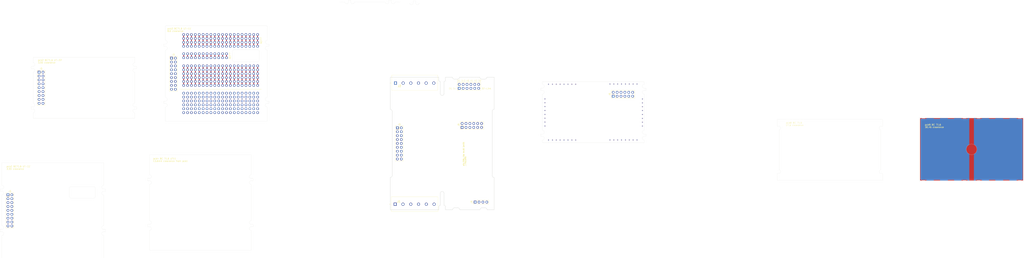
<source format=kicad_pcb>
(kicad_pcb (version 20240108) (generator "pcbnew") (generator_version "8.0")
  (layers (0 "F.Cu" signal) (31 "B.Cu" signal) (34 "B.Paste" user) (35 "F.Paste" user) (36 "B.SilkS" user "B.Silkscreen") (37 "F.SilkS" user "F.Silkscreen") (38 "B.Mask" user) (39 "F.Mask" user) (44 "Edge.Cuts" user))
  (net 0 "")
  (footprint "Connector_PinHeader_2.54mm:PinHeader_2x06_P2.54mm_Vertical" (layer "F.Cu") (at 213.817858 87.77 90)
    (property "Reference" "J6")
    (property "Value" "pinheader_2x6_socket" (hide yes))
  )
  (footprint "Connector_PinHeader_2.54mm:PinHeader_2x06_P2.54mm_Vertical" (layer "F.Cu") (at 113.34 82.625 90)
    (property "Reference" "J6" (hide yes))
    (property "Value" "pinheader_2x6_socket")
  )
  (footprint "kyuditsky:kludge_4x20" (layer "F.Cu") (at -66.475 55.195 90)
    (property "Reference" "REF**")
    (property "Value" "kludge_4x20")
  )
  (footprint "Connector_PinHeader_2.54mm:PinHeader_2x06_P2.54mm_Vertical" (layer "F.Cu") (at 115.22 108.14 90)
    (property "Reference" "J6")
    (property "Value" "pinheader_2x6_socket")
  )
  (footprint "Connector_PinHeader_2.54mm:PinHeader_2x09_P2.54mm_Vertical" (layer "F.Cu") (at -74.38 62.94)
    (property "Reference" "J5")
    (property "Value" "HBUS16")
  )
  (footprint "Connector_PinHeader_2.54mm:PinHeader_2x09_P2.54mm_Vertical" (layer "F.Cu") (at -160.77 72.09)
    (property "Reference" "J5")
    (property "Value" "HBUS16")
  )
  (footprint "kyuditsky:kludge_6x20" (layer "F.Cu") (at -18.185 68.03 -90)
    (property "Reference" "REF**" (hide yes))
    (property "Value" "kludge_6x20" (hide yes))
  )
  (footprint "Connector_PinHeader_2.54mm:PinHeader_2x09_P2.54mm_Vertical" (layer "F.Cu") (at 73 108.44)
    (property "Reference" "J5")
    (property "Value" "HBUS16")
  )
  (footprint "kyuditsky:1715190" (layer "F.Cu") (at 71.76 79.215)
    (property "Reference" "J2")
    (property "Value" "MKDS 1,5/ 6" (hide yes))
  )
  (footprint "Connector_PinHeader_2.54mm:PinHeader_2x09_P2.54mm_Vertical" (layer "F.Cu") (at -181.08 152.12)
    (property "Reference" "J5")
    (property "Value" "HBUS16")
  )
  (footprint "Connector_PinHeader_2.54mm:PinHeader_1x04_P2.54mm_Vertical" (layer "F.Cu") (at 123.72 156.86 90)
    (property "Reference" "J9")
    (property "Value" "Conn_01x04_STlink_pinheader")
  )
  (footprint "kyuditsky:kludge_2x12" (layer "F.Cu") (at -66.425 60.13)
    (property "Reference" "REF**")
    (property "Value" "kludge_2x12")
  )
  (footprint "kyuditsky:1989405" (layer "F.Cu") (at 71.565 158.24)
    (property "Reference" "J1")
    (property "Value" "MKDSN 2,5/ 6-5,08" (hide yes))
  )
  (gr_circle (center 447.65 122.44) (end 451.15 122.44) (stroke (width 0.1)) (fill none) (layer "B.SilkS"))
  (gr_arc (start -12.01 90.94) (mid -12.858528 90.588528) (end -13.21 89.74) (stroke (width 0.05)) (layer "Edge.Cuts"))
  (gr_line (start -89.98 172.94) (end -89.98 171.44) (stroke (width 0.05)) (layer "Edge.Cuts"))
  (gr_line (start -12.01 92.44) (end -10.76 92.44) (stroke (width 0.05)) (layer "Edge.Cuts"))
  (gr_line (start -88.73 171.44) (end -89.98 171.44) (stroke (width 0.05)) (layer "Edge.Cuts"))
  (gr_line (start 388.34 135.81) (end 388.34 109.81) (stroke (width 0.05)) (layer "Edge.Cuts"))
  (gr_arc (start 233.967858 86.38) (mid 233.119331 86.028527) (end 232.767858 85.18) (stroke (width 0.05)) (layer "Edge.Cuts"))
  (gr_line (start 388.34 138.21) (end 389.59 138.21) (stroke (width 0.05)) (layer "Edge.Cuts"))
  (gr_arc (start -23.63 174.14) (mid -23.278528 173.291472) (end -22.43 172.94) (stroke (width 0.05)) (layer "Edge.Cuts"))
  (gr_arc (start -98.4 94.69) (mid -99.24852 94.33852) (end -99.6 93.49) (stroke (width 0.05)) (layer "Edge.Cuts"))
  (gr_line (start 233.967858 82.48) (end 235.217858 82.48) (stroke (width 0.05)) (layer "Edge.Cuts"))
  (gr_line (start 69 26.31) (end 69 25.06) (stroke (width 0.05)) (layer "Edge.Cuts"))
  (gr_arc (start 233.967858 82.48) (mid 233.119331 82.128527) (end 232.767858 81.28) (stroke (width 0.05)) (layer "Edge.Cuts"))
  (gr_arc (start -118.71 178.62) (mid -119.55852 178.26852) (end -119.91 177.42) (stroke (width 0.05)) (layer "Edge.Cuts"))
  (gr_arc (start -141.026472 147.91) (mid -140.675 147.061472) (end -139.826472 146.71) (stroke (width 0.05)) (layer "Edge.Cuts"))
  (gr_line (start -124.08 153.15) (end -124.08 147.91) (stroke (width 0.05)) (layer "Edge.Cuts"))
  (gr_arc (start -12.01 57.64) (mid -12.858528 57.288528) (end -13.21 56.44) (stroke (width 0.05)) (layer "Edge.Cuts"))
  (gr_line (start -117.46 174.72) (end -117.46 176.22) (stroke (width 0.05)) (layer "Edge.Cuts"))
  (gr_arc (start -163.5 93.49) (mid -163.851491 94.338509) (end -164.7 94.69) (stroke (width 0.05)) (layer "Edge.Cuts"))
  (gr_arc (start 103.42 158.95) (mid 104.091751 159.228249) (end 104.37 159.9) (stroke (width 0.15)) (layer "Edge.Cuts"))
  (gr_arc (start -34.655 58.755) (mid -34.303528 57.906472) (end -33.455 57.555) (stroke (width 0.05)) (layer "Edge.Cuts"))
  (gr_line (start 110.12 76.6) (end 112.32 76.6) (stroke (width 0.15)) (layer "Edge.Cuts"))
  (gr_line (start -33.455 65.195) (end -18.225 65.195) (stroke (width 0.05)) (layer "Edge.Cuts"))
  (gr_arc (start -22.43 145.34) (mid -23.278528 144.988528) (end -23.63 144.14) (stroke (width 0.05)) (layer "Edge.Cuts"))
  (gr_line (start -10.76 90.94) (end -10.76 92.44) (stroke (width 0.05)) (layer "Edge.Cuts"))
  (gr_arc (start -139.826472 154.35) (mid -140.675 153.998528) (end -141.026472 153.15) (stroke (width 0.05)) (layer "Edge.Cuts"))
  (gr_line (start -98.4 92.29) (end -98.4 72.19) (stroke (width 0.05)) (layer "Edge.Cuts"))
  (gr_arc (start -87.53 174.14) (mid -87.881472 174.988528) (end -88.73 175.34) (stroke (width 0.05)) (layer "Edge.Cuts"))
  (gr_line (start -21.18 171.44) (end -21.18 172.94) (stroke (width 0.05)) (layer "Edge.Cuts"))
  (gr_line (start -78.31 51.34) (end -78.31 41.94) (stroke (width 0.05)) (layer "Edge.Cuts"))
  (gr_arc (start -118.71 152.22) (mid -119.55852 151.86852) (end -119.91 151.02) (stroke (width 0.05)) (layer "Edge.Cuts"))
  (gr_arc (start 100.07 159.9) (mid 100.348249 159.228249) (end 101.02 158.95) (stroke (width 0.15)) (layer "Edge.Cuts"))
  (gr_line (start 101.02 86.1) (end 101.02 78.25) (stroke (width 0.15)) (layer "Edge.Cuts"))
  (gr_arc (start 232.767858 81.28) (mid 233.11933 80.431471) (end 233.967858 80.08) (stroke (width 0.05)) (layer "Edge.Cuts"))
  (gr_arc (start 387.39 108.61) (mid 387.616472 107.813248) (end 388.34 107.41) (stroke (width 0.05)) (layer "Edge.Cuts"))
  (gr_line (start -164.7 65.89) (end -164.7 62.34) (stroke (width 0.05)) (layer "Edge.Cuts"))
  (gr_arc (start 127.97 76.6) (mid 127.121472 76.248528) (end 126.77 75.4) (stroke (width 0.15)) (layer "Edge.Cuts"))
  (gr_line (start -12.01 90.94) (end -10.76 90.94) (stroke (width 0.05)) (layer "Edge.Cuts"))
  (gr_line (start 100.07 75.4) (end 68.37 75.4) (stroke (width 0.15)) (layer "Edge.Cuts"))
  (gr_arc (start 322.99 137.01) (mid 322.763528 137.806752) (end 322.04 138.21) (stroke (width 0.05)) (layer "Edge.Cuts"))
  (gr_line (start -22.43 141.44) (end -21.18 141.44) (stroke (width 0.05)) (layer "Edge.Cuts"))
  (gr_arc (start -185.01 172.32) (mid -184.161464 172.671464) (end -183.81 173.52) (stroke (width 0.05)) (layer "Edge.Cuts"))
  (gr_arc (start 322.04 107.41) (mid 322.763528 107.813249) (end 322.99 108.61) (stroke (width 0.05)) (layer "Edge.Cuts"))
  (gr_arc (start -125.28 146.71) (mid -124.431472 147.061472) (end -124.08 147.91) (stroke (width 0.05)) (layer "Edge.Cuts"))
  (gr_line (start 320.8 142.71) (end 320.8 138.21) (stroke (width 0.05)) (layer "Edge.Cuts"))
  (gr_line (start -98.4 69.79) (end -97.15 69.79) (stroke (width 0.05)) (layer "Edge.Cuts"))
  (gr_line (start 235.217858 112.48) (end 235.217858 113.98) (stroke (width 0.05)) (layer "Edge.Cuts"))
  (gr_line (start -118.71 131.12) (end -118.71 145.92) (stroke (width 0.05)) (layer "Edge.Cuts"))
  (gr_line (start -88.73 169.04) (end -88.73 145.34) (stroke (width 0.05)) (layer "Edge.Cuts"))
  (gr_arc (start -185.01 149.82) (mid -184.161464 150.171464) (end -183.81 151.02) (stroke (width 0.05)) (layer "Edge.Cuts"))
  (gr_arc (start 101.02 151.1) (mid 102.22 149.9) (end 103.42 151.1) (stroke (width 0.15)) (layer "Edge.Cuts"))
  (gr_arc (start 67.5 26.31) (mid 67.148528 27.158528) (end 66.3 27.51) (stroke (width 0.05)) (layer "Edge.Cuts"))
  (gr_arc (start -119.91 177.42) (mid -119.558548 176.571452) (end -118.71 176.22) (stroke (width 0.05)) (layer "Edge.Cuts"))
  (gr_line (start 41.1 25.06) (end 42.6 25.06) (stroke (width 0.05)) (layer "Edge.Cuts"))
  (gr_arc (start -88.73 172.94) (mid -87.881472 173.291472) (end -87.53 174.14) (stroke (width 0.05)) (layer "Edge.Cuts"))
  (gr_arc (start 322.99 108.61) (mid 322.763528 109.406752) (end 322.04 109.81) (stroke (width 0.05)) (layer "Edge.Cuts"))
  (gr_arc (start 232.767858 111.28) (mid 233.11933 110.431471) (end 233.967858 110.08) (stroke (width 0.05)) (layer "Edge.Cuts"))
  (gr_line (start 134.87 97.6) (end 134.87 139.6) (stroke (width 0.15)) (layer "Edge.Cuts"))
  (gr_line (start 126.92 161.8) (end 113.67 161.8) (stroke (width 0.15)) (layer "Edge.Cuts"))
  (gr_arc (start -13.21 52.54) (mid -12.858528 51.691472) (end -12.01 51.34) (stroke (width 0.05)) (layer "Edge.Cuts"))
  (gr_line (start -185.01 176.22) (end -186.26 176.22) (stroke (width 0.05)) (layer "Edge.Cuts"))
  (gr_line (start -164.7 96.19) (end -165.95 96.19) (stroke (width 0.05)) (layer "Edge.Cuts"))
  (gr_arc (start -185.01 145.92) (mid -184.161464 146.271464) (end -183.81 147.12) (stroke (width 0.05)) (layer "Edge.Cuts"))
  (gr_arc (start 69.57 139.6) (mid 69.218528 140.448528) (end 68.37 140.8) (stroke (width 0.15)) (layer "Edge.Cuts"))
  (gr_line (start 233.967858 116.38) (end 233.967858 118.13) (stroke (width 0.05)) (layer "Edge.Cuts"))
  (gr_line (start -78.31 55.24) (end -79.56 55.24) (stroke (width 0.05)) (layer "Edge.Cuts"))
  (gr_arc (start 112.47 160.6) (mid 113.318528 160.951472) (end 113.67 161.8) (stroke (width 0.15)) (layer "Edge.Cuts"))
  (gr_arc (start -87.53 144.14) (mid -87.881472 144.988528) (end -88.73 145.34) (stroke (width 0.05)) (layer "Edge.Cuts"))
  (gr_line (start 167.667858 83.98) (end 166.417858 83.98) (stroke (width 0.05)) (layer "Edge.Cuts"))
  (gr_line (start -88.73 172.94) (end -89.98 172.94) (stroke (width 0.05)) (layer "Edge.Cuts"))
  (gr_line (start -88.73 142.94) (end -89.98 142.94) (stroke (width 0.05)) (layer "Edge.Cuts"))
  (gr_line (start -165.95 96.19) (end -165.95 94.69) (stroke (width 0.05)) (layer "Edge.Cuts"))
  (gr_line (start 413.55 101.59) (end 413.55 143.29) (stroke (width 0.05)) (layer "Edge.Cuts"))
  (gr_arc (start -163.5 97.39) (mid -163.851491 98.238509) (end -164.7 98.59) (stroke (width 0.05)) (layer "Edge.Cuts"))
  (gr_line (start -22.43 145.34) (end -22.43 169.04) (stroke (width 0.05)) (layer "Edge.Cuts"))
  (gr_arc (start 68.37 96.4) (mid 69.218528 96.751472) (end 69.57 97.6) (stroke (width 0.15)) (layer "Edge.Cuts"))
  (gr_arc (start 43.8 27.51) (mid 42.951472 27.158528) (end 42.6 26.31) (stroke (width 0.05)) (layer "Edge.Cuts"))
  (gr_arc (start 86.031472 28.031472) (mid 85.182944 27.68) (end 84.831472 26.831472) (stroke (width 0.05)) (layer "Edge.Cuts"))
  (gr_arc (start -185.01 176.22) (mid -184.161464 176.571464) (end -183.81 177.42) (stroke (width 0.05)) (layer "Edge.Cuts"))
  (gr_line (start -12.01 94.84) (end -12.01 104.24) (stroke (width 0.05)) (layer "Edge.Cuts"))
  (gr_line (start -185.01 152.22) (end -185.01 172.32) (stroke (width 0.05)) (layer "Edge.Cuts"))
  (gr_arc (start 167.667858 83.98) (mid 168.516386 84.331472) (end 168.867858 85.18) (stroke (width 0.05)) (layer "Edge.Cuts"))
  (gr_line (start -164.7 72.19) (end -164.7 92.29) (stroke (width 0.05)) (layer "Edge.Cuts"))
  (gr_line (start -141.026472 147.91) (end -141.026472 153.15) (stroke (width 0.05)) (layer "Edge.Cuts"))
  (gr_line (start -117.46 148.32) (end -117.46 149.82) (stroke (width 0.05)) (layer "Edge.Cuts"))
  (gr_line (start 83.331472 25.581472) (end 84.831472 25.581472) (stroke (width 0.05)) (layer "Edge.Cuts"))
  (gr_line (start 322.04 107.41) (end 320.79 107.41) (stroke (width 0.05)) (layer "Edge.Cuts"))
  (gr_arc (start -87.53 170.24) (mid -87.881472 171.088528) (end -88.73 171.44) (stroke (width 0.05)) (layer "Edge.Cuts"))
  (gr_line (start -78.31 41.94) (end -12.01 41.94) (stroke (width 0.05)) (layer "Edge.Cuts"))
  (gr_arc (start -183.81 151.02) (mid -184.161491 151.868509) (end -185.01 152.22) (stroke (width 0.05)) (layer "Edge.Cuts"))
  (gr_line (start -88.73 175.34) (end -88.73 188.34) (stroke (width 0.05)) (layer "Edge.Cuts"))
  (gr_line (start 136.07 161.8) (end 131.52 161.8) (stroke (width 0.15)) (layer "Edge.Cuts"))
  (gr_arc (start 41.1 26.31) (mid 40.748528 27.158528) (end 39.9 27.51) (stroke (width 0.05)) (layer "Edge.Cuts"))
  (gr_line (start -118.71 148.32) (end -117.46 148.32) (stroke (width 0.05)) (layer "Edge.Cuts"))
  (gr_arc (start 168.867858 81.28) (mid 168.516386 82.128528) (end 167.667858 82.48) (stroke (width 0.05)) (layer "Edge.Cuts"))
  (gr_arc (start -22.43 175.34) (mid -23.278528 174.988528) (end -23.63 174.14) (stroke (width 0.05)) (layer "Edge.Cuts"))
  (gr_arc (start 168.867858 85.18) (mid 168.516386 86.028528) (end 167.667858 86.38) (stroke (width 0.05)) (layer "Edge.Cuts"))
  (gr_arc (start -23.63 144.14) (mid -23.278528 143.291472) (end -22.43 142.94) (stroke (width 0.05)) (layer "Edge.Cuts"))
  (gr_arc (start 167.667858 113.98) (mid 168.516386 114.331472) (end 168.867858 115.18) (stroke (width 0.05)) (layer "Edge.Cuts"))
  (gr_line (start 100.07 77.3) (end 100.07 75.4) (stroke (width 0.15)) (layer "Edge.Cuts"))
  (gr_line (start -12.01 53.74) (end -10.76 53.74) (stroke (width 0.05)) (layer "Edge.Cuts"))
  (gr_line (start -78.31 92.44) (end -79.56 92.44) (stroke (width 0.05)) (layer "Edge.Cuts"))
  (gr_line (start -185.01 149.82) (end -186.26 149.82) (stroke (width 0.05)) (layer "Edge.Cuts"))
  (gr_line (start 104.37 75.4) (end 108.92 75.4) (stroke (width 0.15)) (layer "Edge.Cuts"))
  (gr_line (start 100.07 159.9) (end 100.07 161.8) (stroke (width 0.15)) (layer "Edge.Cuts"))
  (gr_arc (start -164.7 65.89) (mid -163.851464 66.241464) (end -163.5 67.09) (stroke (width 0.05)) (layer "Edge.Cuts"))
  (gr_line (start 69.57 139.6) (end 69.57 97.6) (stroke (width 0.15)) (layer "Edge.Cuts"))
  (gr_arc (start 70.2 27.51) (mid 69.351472 27.158528) (end 69 26.31) (stroke (width 0.05)) (layer "Edge.Cuts"))
  (gr_line (start 103.42 78.25) (end 103.42 86.1) (stroke (width 0.15)) (layer "Edge.Cuts"))
  (gr_line (start -22.43 188.34) (end -22.43 175.34) (stroke (width 0.05)) (layer "Edge.Cuts"))
  (gr_line (start 112.47 160.6) (end 110.27 160.6) (stroke (width 0.15)) (layer "Edge.Cuts"))
  (gr_line (start 233.967858 83.98) (end 235.217858 83.98) (stroke (width 0.05)) (layer "Edge.Cuts"))
  (gr_line (start 67.5 26.31) (end 67.5 25.06) (stroke (width 0.05)) (layer "Edge.Cuts"))
  (gr_line (start -139.826472 154.35) (end -125.28 154.35) (stroke (width 0.05)) (layer "Edge.Cuts"))
  (gr_line (start 130.32 160.6) (end 128.12 160.6) (stroke (width 0.15)) (layer "Edge.Cuts"))
  (gr_arc (start -13.21 93.64) (mid -12.858528 92.791472) (end -12.01 92.44) (stroke (width 0.05)) (layer "Edge.Cuts"))
  (gr_arc (start -88.73 139.04) (mid -87.881472 139.391472) (end -87.53 140.24) (stroke (width 0.05)) (layer "Edge.Cuts"))
  (gr_arc (start 387.39 137.01) (mid 387.616472 136.213248) (end 388.34 135.81) (stroke (width 0.05)) (layer "Edge.Cuts"))
  (gr_line (start -34.655 58.755) (end -34.655 63.995) (stroke (width 0.05)) (layer "Edge.Cuts"))
  (gr_line (start 136.07 140.8) (end 136.07 161.8) (stroke (width 0.15)) (layer "Edge.Cuts"))
  (gr_line (start 136.07 96.4) (end 136.07 75.4) (stroke (width 0.15)) (layer "Edge.Cuts"))
  (gr_arc (start 168.867858 111.28) (mid 168.516386 112.128528) (end 167.667858 112.48) (stroke (width 0.05)) (layer "Edge.Cuts"))
  (gr_arc (start -87.53 140.24) (mid -87.881472 141.088528) (end -88.73 141.44) (stroke (width 0.05)) (layer "Edge.Cuts"))
  (gr_line (start -12.01 88.54) (end -12.01 57.64) (stroke (width 0.05)) (layer "Edge.Cuts"))
  (gr_line (start 67.5 25.06) (end 69 25.06) (stroke (width 0.05)) (layer "Edge.Cuts"))
  (gr_line (start -12.01 55.24) (end -10.76 55.24) (stroke (width 0.05)) (layer "Edge.Cuts"))
  (gr_line (start -98.4 65.89) (end -98.4 62.34) (stroke (width 0.05)) (layer "Edge.Cuts"))
  (gr_arc (start -99.6 70.99) (mid -99.248548 70.141452) (end -98.4 69.79) (stroke (width 0.05)) (layer "Edge.Cuts"))
  (gr_arc (start -77.11 52.54) (mid -77.461472 53.388528) (end -78.31 53.74) (stroke (width 0.05)) (layer "Edge.Cuts"))
  (gr_line (start 320.79 107.41) (end 320.79 102.91) (stroke (width 0.05)) (layer "Edge.Cuts"))
  (gr_line (start 104.37 159.9) (end 104.37 161.8) (stroke (width 0.15)) (layer "Edge.Cuts"))
  (gr_arc (start -98.4 72.19) (mid -99.24852 71.83852) (end -99.6 70.99) (stroke (width 0.05)) (layer "Edge.Cuts"))
  (gr_arc (start -18.225 57.555) (mid -17.376472 57.906472) (end -17.025 58.755) (stroke (width 0.05)) (layer "Edge.Cuts"))
  (gr_line (start -98.4 98.59) (end -98.4 102.14) (stroke (width 0.05)) (layer "Edge.Cuts"))
  (gr_arc (start 101.02 78.25) (mid 100.348249 77.971751) (end 100.07 77.3) (stroke (width 0.15)) (layer "Edge.Cuts"))
  (gr_line (start 71.4 26.31) (end 74.95 26.31) (stroke (width 0.05)) (layer "Edge.Cuts"))
  (gr_line (start -118.71 149.82) (end -117.46 149.82) (stroke (width 0.05)) (layer "Edge.Cuts"))
  (gr_arc (start 322.04 135.81) (mid 322.763528 136.213249) (end 322.99 137.01) (stroke (width 0.05)) (layer "Edge.Cuts"))
  (gr_line (start -185.01 148.32) (end -186.26 148.32) (stroke (width 0.05)) (layer "Edge.Cuts"))
  (gr_line (start 166.417858 113.98) (end 166.417858 112.48) (stroke (width 0.05)) (layer "Edge.Cuts"))
  (gr_arc (start -12.01 94.84) (mid -12.858528 94.488528) (end -13.21 93.64) (stroke (width 0.05)) (layer "Edge.Cuts"))
  (gr_arc (start -12.01 53.74) (mid -12.858528 53.388528) (end -13.21 52.54) (stroke (width 0.05)) (layer "Edge.Cuts"))
  (gr_line (start 389.59 138.21) (end 389.59 142.71) (stroke (width 0.05)) (layer "Edge.Cuts"))
  (gr_line (start 104.37 77.3) (end 104.37 75.4) (stroke (width 0.15)) (layer "Edge.Cuts"))
  (gr_arc (start 232.767858 115.18) (mid 233.11933 114.331471) (end 233.967858 113.98) (stroke (width 0.05)) (layer "Edge.Cuts"))
  (gr_arc (start -78.31 88.54) (mid -77.461472 88.891472) (end -77.11 89.74) (stroke (width 0.05)) (layer "Edge.Cuts"))
  (gr_line (start 388.33 107.41) (end 389.58 107.41) (stroke (width 0.05)) (layer "Edge.Cuts"))
  (gr_line (start 38.7 26.31) (end 35.15 26.31) (stroke (width 0.05)) (layer "Edge.Cuts"))
  (gr_arc (start -33.455 65.195) (mid -34.303528 64.843528) (end -34.655 63.995) (stroke (width 0.05)) (layer "Edge.Cuts"))
  (gr_line (start 113.52 75.4) (end 126.77 75.4) (stroke (width 0.15)) (layer "Edge.Cuts"))
  (gr_arc (start -98.4 68.29) (mid -99.24852 67.93852) (end -99.6 67.09) (stroke (width 0.05)) (layer "Edge.Cuts"))
  (gr_line (start -78.31 57.64) (end -78.31 88.54) (stroke (width 0.05)) (layer "Edge.Cuts"))
  (gr_arc (start -119.91 147.12) (mid -119.558548 146.271452) (end -118.71 145.92) (stroke (width 0.05)) (layer "Edge.Cuts"))
  (gr_arc (start 66.3 27.51) (mid 65.451472 27.158528) (end 65.1 26.31) (stroke (width 0.05)) (layer "Edge.Cuts"))
  (gr_line (start 101.02 158.95) (end 101.02 151.1) (stroke (width 0.15)) (layer "Edge.Cuts"))
  (gr_line (start -88.73 126.04) (end -22.43 126.04) (stroke (width 0.05)) (layer "Edge.Cuts"))
  (gr_line (start 167.667858 82.48) (end 166.417858 82.48) (stroke (width 0.05)) (layer "Edge.Cuts"))
  (gr_arc (start 110.12 76.6) (mid 109.271472 76.248528) (end 108.92 75.4) (stroke (width 0.15)) (layer "Edge.Cuts"))
  (gr_line (start -89.98 142.94) (end -89.98 141.44) (stroke (width 0.05)) (layer "Edge.Cuts"))
  (gr_line (start 322.05 138.21) (end 320.8 138.21) (stroke (width 0.05)) (layer "Edge.Cuts"))
  (gr_line (start -164.7 62.34) (end -98.4 62.34) (stroke (width 0.05)) (layer "Edge.Cuts"))
  (gr_line (start 413.55 143.29) (end 481.75 143.29) (stroke (width 0.05)) (layer "Edge.Cuts"))
  (gr_arc (start 130.32 160.6) (mid 131.168528 160.951472) (end 131.52 161.8) (stroke (width 0.15)) (layer "Edge.Cuts"))
  (gr_line (start 131.37 75.4) (end 136.07 75.4) (stroke (width 0.15)) (layer "Edge.Cuts"))
  (gr_arc (start 134.87 97.6) (mid 135.221472 96.751472) (end 136.07 96.4) (stroke (width 0.15)) (layer "Edge.Cuts"))
  (gr_arc (start 104.37 77.3) (mid 104.091751 77.971751) (end 103.42 78.25) (stroke (width 0.15)) (layer "Edge.Cuts"))
  (gr_arc (start -22.43 171.44) (mid -23.278528 171.088528) (end -23.63 170.24) (stroke (width 0.05)) (layer "Edge.Cuts"))
  (gr_line (start -165.95 69.79) (end -165.95 68.29) (stroke (width 0.05)) (layer "Edge.Cuts"))
  (gr_line (start 167.667858 112.48) (end 166.417858 112.48) (stroke (width 0.05)) (layer "Edge.Cuts"))
  (gr_line (start -164.7 98.59) (end -164.7 102.14) (stroke (width 0.05)) (layer "Edge.Cuts"))
  (gr_line (start -88.73 139.04) (end -88.73 126.04) (stroke (width 0.05)) (layer "Edge.Cuts"))
  (gr_arc (start 103.42 86.1) (mid 102.22 87.3) (end 101.02 86.1) (stroke (width 0.15)) (layer "Edge.Cuts"))
  (gr_arc (start -164.7 96.19) (mid -163.851464 96.541464) (end -163.5 97.39) (stroke (width 0.05)) (layer "Edge.Cuts"))
  (gr_line (start -186.26 176.22) (end -186.26 174.72) (stroke (width 0.05)) (layer "Edge.Cuts"))
  (gr_arc (start 167.667858 110.08) (mid 168.516386 110.431472) (end 168.867858 111.28) (stroke (width 0.05)) (layer "Edge.Cuts"))
  (gr_arc (start 136.07 140.8) (mid 135.221472 140.448528) (end 134.87 139.6) (stroke (width 0.15)) (layer "Edge.Cuts"))
  (gr_line (start 233.967858 80.08) (end 233.967858 78.33) (stroke (width 0.05)) (layer "Edge.Cuts"))
  (gr_line (start -118.71 193.42) (end -185.01 193.42) (stroke (width 0.05)) (layer "Edge.Cuts"))
  (gr_arc (start -77.11 56.44) (mid -77.461472 57.288528) (end -78.31 57.64) (stroke (width 0.05)) (layer "Edge.Cuts"))
  (gr_line (start 233.967858 78.33) (end 167.667858 78.33) (stroke (width 0.05)) (layer "Edge.Cuts"))
  (gr_arc (start -119.91 173.52) (mid -119.558548 172.671452) (end -118.71 172.32) (stroke (width 0.05)) (layer "Edge.Cuts"))
  (gr_line (start -12.01 51.34) (end -12.01 41.94) (stroke (width 0.05)) (layer "Edge.Cuts"))
  (gr_line (start -10.76 53.74) (end -10.76 55.24) (stroke (width 0.05)) (layer "Edge.Cuts"))
  (gr_line (start -186.26 149.82) (end -186.26 148.32) (stroke (width 0.05)) (layer "Edge.Cuts"))
  (gr_arc (start -23.63 140.24) (mid -23.278528 139.391472) (end -22.43 139.04) (stroke (width 0.05)) (layer "Edge.Cuts"))
  (gr_line (start 233.967858 113.98) (end 235.217858 113.98) (stroke (width 0.05)) (layer "Edge.Cuts"))
  (gr_arc (start 109.07 161.8) (mid 109.421472 160.951472) (end 110.27 160.6) (stroke (width 0.15)) (layer "Edge.Cuts"))
  (gr_line (start 320.79 102.91) (end 389.58 102.91) (stroke (width 0.05)) (layer "Edge.Cuts"))
  (gr_line (start -78.31 90.94) (end -79.56 90.94) (stroke (width 0.05)) (layer "Edge.Cuts"))
  (gr_arc (start -183.81 177.42) (mid -184.161491 178.268509) (end -185.01 178.62) (stroke (width 0.05)) (layer "Edge.Cuts"))
  (gr_line (start -79.56 92.44) (end -79.56 90.94) (stroke (width 0.05)) (layer "Edge.Cuts"))
  (gr_line (start -98.4 68.29) (end -97.15 68.29) (stroke (width 0.05)) (layer "Edge.Cuts"))
  (gr_line (start -79.56 55.24) (end -79.56 53.74) (stroke (width 0.05)) (layer "Edge.Cuts"))
  (gr_line (start 322.04 109.81) (end 322.04 135.81) (stroke (width 0.05)) (layer "Edge.Cuts"))
  (gr_line (start 167.667858 110.08) (end 167.667858 86.38) (stroke (width 0.05)) (layer "Edge.Cuts"))
  (gr_arc (start -22.43 141.44) (mid -23.278528 141.088528) (end -23.63 140.24) (stroke (width 0.05)) (layer "Edge.Cuts"))
  (gr_arc (start 45 26.31) (mid 44.648528 27.158528) (end 43.8 27.51) (stroke (width 0.05)) (layer "Edge.Cuts"))
  (gr_arc (start 168.867858 115.18) (mid 168.516386 116.028528) (end 167.667858 116.38) (stroke (width 0.05)) (layer "Edge.Cuts"))
  (gr_arc (start -119.91 151.02) (mid -119.558548 150.171452) (end -118.71 149.82) (stroke (width 0.05)) (layer "Edge.Cuts"))
  (gr_arc (start 131.37 75.4) (mid 131.018528 76.248528) (end 130.17 76.6) (stroke (width 0.15)) (layer "Edge.Cuts"))
  (gr_arc (start -118.71 148.32) (mid -119.55852 147.96852) (end -119.91 147.12) (stroke (width 0.05)) (layer "Edge.Cuts"))
  (gr_arc (start -124.08 153.15) (mid -124.431472 153.998528) (end -125.28 154.35) (stroke (width 0.05)) (layer "Edge.Cuts"))
  (gr_line (start -88.73 188.34) (end -22.43 188.34) (stroke (width 0.05)) (layer "Edge.Cuts"))
  (gr_line (start -98.4 94.69) (end -97.15 94.69) (stroke (width 0.05)) (layer "Edge.Cuts"))
  (gr_line (start 320.8 142.71) (end 389.59 142.71) (stroke (width 0.05)) (layer "Edge.Cuts"))
  (gr_arc (start 87.231472 26.831472) (mid 86.88 27.68) (end 86.031472 28.031472) (stroke (width 0.05)) (layer "Edge.Cuts"))
  (gr_line (start -97.15 94.69) (end -97.15 96.19) (stroke (width 0.05)) (layer "Edge.Cuts"))
  (gr_arc (start -13.21 89.74) (mid -12.858528 88.891472) (end -12.01 88.54) (stroke (width 0.05)) (layer "Edge.Cuts"))
  (gr_arc (start -99.6 93.49) (mid -99.248548 92.641452) (end -98.4 92.29) (stroke (width 0.05)) (layer "Edge.Cuts"))
  (gr_line (start -164.7 69.79) (end -165.95 69.79) (stroke (width 0.05)) (layer "Edge.Cuts"))
  (gr_arc (start -98.4 98.59) (mid -99.24852 98.23852) (end -99.6 97.39) (stroke (width 0.05)) (layer "Edge.Cuts"))
  (gr_arc (start -164.7 69.79) (mid -163.851464 70.141464) (end -163.5 70.99) (stroke (width 0.05)) (layer "Edge.Cuts"))
  (gr_line (start 109.07 161.8) (end 104.37 161.8) (stroke (width 0.15)) (layer "Edge.Cuts"))
  (gr_line (start -118.71 193.42) (end -118.71 178.62) (stroke (width 0.05)) (layer "Edge.Cuts"))
  (gr_line (start -185.01 193.42) (end -185.01 178.62) (stroke (width 0.05)) (layer "Edge.Cuts"))
  (gr_line (start -164.7 94.69) (end -165.95 94.69) (stroke (width 0.05)) (layer "Edge.Cuts"))
  (gr_arc (start -99.6 97.39) (mid -99.248548 96.541452) (end -98.4 96.19) (stroke (width 0.05)) (layer "Edge.Cuts"))
  (gr_line (start -118.71 174.72) (end -117.46 174.72) (stroke (width 0.05)) (layer "Edge.Cuts"))
  (gr_arc (start -99.6 67.09) (mid -99.248548 66.241452) (end -98.4 65.89) (stroke (width 0.05)) (layer "Edge.Cuts"))
  (gr_line (start 83.331472 26.831472) (end 83.331472 25.581472) (stroke (width 0.05)) (layer "Edge.Cuts"))
  (gr_line (start -88.73 141.44) (end -89.98 141.44) (stroke (width 0.05)) (layer "Edge.Cuts"))
  (gr_line (start 68.37 96.4) (end 68.37 75.4) (stroke (width 0.15)) (layer "Edge.Cuts"))
  (gr_line (start -185.01 131.12) (end -185.01 145.92) (stroke (width 0.05)) (layer "Edge.Cuts"))
  (gr_line (start -22.43 171.44) (end -21.18 171.44) (stroke (width 0.05)) (layer "Edge.Cuts"))
  (gr_arc (start 232.767858 85.18) (mid 233.11933 84.331471) (end 233.967858 83.98) (stroke (width 0.05)) (layer "Edge.Cuts"))
  (gr_arc (start -164.7 92.29) (mid -163.851464 92.641464) (end -163.5 93.49) (stroke (width 0.05)) (layer "Edge.Cuts"))
  (gr_arc (start 113.52 75.4) (mid 113.168528 76.248528) (end 112.32 76.6) (stroke (width 0.15)) (layer "Edge.Cuts"))
  (gr_line (start -21.18 141.44) (end -21.18 142.94) (stroke (width 0.05)) (layer "Edge.Cuts"))
  (gr_arc (start -118.71 174.72) (mid -119.55852 174.36852) (end -119.91 173.52) (stroke (width 0.05)) (layer "Edge.Cuts"))
  (gr_line (start 167.667858 80.08) (end 167.667858 78.33) (stroke (width 0.05)) (layer "Edge.Cuts"))
  (gr_arc (start -88.73 169.04) (mid -87.881472 169.391472) (end -87.53 170.24) (stroke (width 0.05)) (layer "Edge.Cuts"))
  (gr_line (start 167.667858 118.13) (end 233.967858 118.13) (stroke (width 0.05)) (layer "Edge.Cuts"))
  (gr_line (start 41.1 26.31) (end 41.1 25.06) (stroke (width 0.05)) (layer "Edge.Cuts"))
  (gr_line (start -164.7 68.29) (end -165.95 68.29) (stroke (width 0.05)) (layer "Edge.Cuts"))
  (gr_line (start -22.43 139.04) (end -22.43 126.04) (stroke (width 0.05)) (layer "Edge.Cuts"))
  (gr_arc (start 388.34 138.21) (mid 387.616472 137.806751) (end 387.39 137.01) (stroke (width 0.05)) (layer "Edge.Cuts"))
  (gr_arc (start 233.967858 112.48) (mid 233.119331 112.128527) (end 232.767858 111.28) (stroke (width 0.05)) (layer "Edge.Cuts"))
  (gr_arc (start -77.11 93.64) (mid -77.461472 94.488528) (end -78.31 94.84) (stroke (width 0.05)) (layer "Edge.Cuts"))
  (gr_line (start 127.97 76.6) (end 130.17 76.6) (stroke (width 0.15)) (layer "Edge.Cuts"))
  (gr_line (start 389.58 102.91) (end 389.58 107.41) (stroke (width 0.05)) (layer "Edge.Cuts"))
  (gr_line (start -78.31 94.84) (end -78.31 104.24) (stroke (width 0.05)) (layer "Edge.Cuts"))
  (gr_arc (start -163.5 70.99) (mid -163.851491 71.838509) (end -164.7 72.19) (stroke (width 0.05)) (layer "Edge.Cuts"))
  (gr_line (start 42.6 26.31) (end 42.6 25.06) (stroke (width 0.05)) (layer "Edge.Cuts"))
  (gr_line (start -22.43 142.94) (end -21.18 142.94) (stroke (width 0.05)) (layer "Edge.Cuts"))
  (gr_arc (start -17.025 63.945) (mid -17.376472 64.793528) (end -18.225 65.145) (stroke (width 0.05)) (layer "Edge.Cuts"))
  (gr_arc (start -78.31 92.44) (mid -77.461472 92.791472) (end -77.11 93.64) (stroke (width 0.05)) (layer "Edge.Cuts"))
  (gr_arc (start -183.81 173.52) (mid -184.161491 174.368509) (end -185.01 174.72) (stroke (width 0.05)) (layer "Edge.Cuts"))
  (gr_line (start -164.7 102.14) (end -98.4 102.14) (stroke (width 0.05)) (layer "Edge.Cuts"))
  (gr_arc (start 83.331472 26.831472) (mid 82.98 27.68) (end 82.131472 28.031472) (stroke (width 0.05)) (layer "Edge.Cuts"))
  (gr_line (start 167.667858 113.98) (end 166.417858 113.98) (stroke (width 0.05)) (layer "Edge.Cuts"))
  (gr_line (start -17.025 58.755) (end -17.025 63.945) (stroke (width 0.05)) (layer "Edge.Cuts"))
  (gr_line (start 481.75 101.59) (end 413.55 101.59) (stroke (width 0.05)) (layer "Edge.Cuts"))
  (gr_arc (start 82.131472 28.031472) (mid 81.282944 27.68) (end 80.931472 26.831472) (stroke (width 0.05)) (layer "Edge.Cuts"))
  (gr_line (start -185.01 174.72) (end -186.26 174.72) (stroke (width 0.05)) (layer "Edge.Cuts"))
  (gr_line (start 233.967858 86.38) (end 233.967858 110.08) (stroke (width 0.05)) (layer "Edge.Cuts"))
  (gr_line (start 68.37 140.8) (end 68.37 161.8) (stroke (width 0.15)) (layer "Edge.Cuts"))
  (gr_arc (start 388.34 109.81) (mid 387.616472 109.406751) (end 387.39 108.61) (stroke (width 0.05)) (layer "Edge.Cuts"))
  (gr_line (start -98.4 96.19) (end -97.15 96.19) (stroke (width 0.05)) (layer "Edge.Cuts"))
  (gr_line (start 100.07 161.8) (end 68.37 161.8) (stroke (width 0.15)) (layer "Edge.Cuts"))
  (gr_arc (start -77.11 89.74) (mid -77.461472 90.588528) (end -78.31 90.94) (stroke (width 0.05)) (layer "Edge.Cuts"))
  (gr_arc (start 39.9 27.51) (mid 39.051472 27.158528) (end 38.7 26.31) (stroke (width 0.05)) (layer "Edge.Cuts"))
  (gr_line (start 167.667858 116.38) (end 167.667858 118.13) (stroke (width 0.05)) (layer "Edge.Cuts"))
  (gr_line (start -18.225 57.555) (end -33.455 57.555) (stroke (width 0.05)) (layer "Edge.Cuts"))
  (gr_line (start 235.217858 82.48) (end 235.217858 83.98) (stroke (width 0.05)) (layer "Edge.Cuts"))
  (gr_arc (start -163.5 67.09) (mid -163.851491 67.938509) (end -164.7 68.29) (stroke (width 0.05)) (layer "Edge.Cuts"))
  (gr_arc (start 233.967858 116.38) (mid 233.119331 116.028527) (end 232.767858 115.18) (stroke (width 0.05)) (layer "Edge.Cuts"))
  (gr_arc (start -23.63 170.24) (mid -23.278528 169.391472) (end -22.43 169.04) (stroke (width 0.05)) (layer "Edge.Cuts"))
  (gr_arc (start -78.31 55.24) (mid -77.461472 55.591472) (end -77.11 56.44) (stroke (width 0.05)) (layer "Edge.Cuts"))
  (gr_line (start 166.417858 83.98) (end 166.417858 82.48) (stroke (width 0.05)) (layer "Edge.Cuts"))
  (gr_arc (start 126.92 161.8) (mid 127.271472 160.951472) (end 128.12 160.6) (stroke (width 0.15)) (layer "Edge.Cuts"))
  (gr_arc (start -88.73 142.94) (mid -87.881472 143.291472) (end -87.53 144.14) (stroke (width 0.05)) (layer "Edge.Cuts"))
  (gr_arc (start -13.21 56.44) (mid -12.858528 55.591472) (end -12.01 55.24) (stroke (width 0.05)) (layer "Edge.Cuts"))
  (gr_line (start -118.71 176.22) (end -117.46 176.22) (stroke (width 0.05)) (layer "Edge.Cuts"))
  (gr_arc (start 71.4 26.31) (mid 71.048528 27.158528) (end 70.2 27.51) (stroke (width 0.05)) (layer "Edge.Cuts"))
  (gr_line (start -118.71 172.32) (end -118.71 152.22) (stroke (width 0.05)) (layer "Edge.Cuts"))
  (gr_line (start -78.31 53.74) (end -79.56 53.74) (stroke (width 0.05)) (layer "Edge.Cuts"))
  (gr_arc (start -78.31 51.34) (mid -77.461472 51.691472) (end -77.11 52.54) (stroke (width 0.05)) (layer "Edge.Cuts"))
  (gr_line (start 481.75 101.59) (end 481.75 143.29) (stroke (width 0.05)) (layer "Edge.Cuts"))
  (gr_arc (start 167.667858 80.08) (mid 168.516386 80.431472) (end 168.867858 81.28) (stroke (width 0.05)) (layer "Edge.Cuts"))
  (gr_line (start 65.1 26.31) (end 45 26.31) (stroke (width 0.05)) (layer "Edge.Cuts"))
  (gr_arc (start -183.81 147.12) (mid -184.161491 147.968509) (end -185.01 148.32) (stroke (width 0.05)) (layer "Edge.Cuts"))
  (gr_line (start 233.967858 112.48) (end 235.217858 112.48) (stroke (width 0.05)) (layer "Edge.Cuts"))
  (gr_line (start -97.15 68.29) (end -97.15 69.79) (stroke (width 0.05)) (layer "Edge.Cuts"))
  (gr_line (start 103.42 151.1) (end 103.42 158.95) (stroke (width 0.15)) (layer "Edge.Cuts"))
  (gr_line (start -78.31 104.24) (end -12.01 104.24) (stroke (width 0.05)) (layer "Edge.Cuts"))
  (gr_line (start -185.01 131.12) (end -118.71 131.12) (stroke (width 0.05)) (layer "Edge.Cuts"))
  (gr_line (start -139.826472 146.71) (end -125.28 146.71) (stroke (width 0.05)) (layer "Edge.Cuts"))
  (gr_line (start 84.831472 26.831472) (end 84.831472 25.581472) (stroke (width 0.05)) (layer "Edge.Cuts"))
  (gr_line (start -22.43 172.94) (end -21.18 172.94) (stroke (width 0.05)) (layer "Edge.Cuts"))
  (gr_text "pcb3 BC71,6 UT-11' \n8,6 clearance" (at -77.155 45.885 0) (layer "F.SilkS") (effects (font (size 1 1)) (justify left bottom)))
  (gr_text "pcb9 BC 71,6\n30,45 clearance\n" (at 417.1 108.61 0) (layer "F.SilkS") (effects (font (size 1 1)) (justify left bottom)))
  (gr_text "pcb2 BC71,6 UT-11' \n3,55 clearance" (at -182.1 135.79 0) (layer "F.SilkS") (effects (font (size 1 1)) (justify left bottom)))
  (gr_text "DG 5v" (at 108.83 83.36 0) (layer "F.SilkS") (effects (font (size 1 1) (thickness 0.1)) (justify bottom)))
  (gr_text "DG 3v3 A0 A1 A2 D0" (at 119.82 78.25 0) (layer "F.SilkS") (effects (font (size 1 1) (thickness 0.1)) (justify bottom)))
  (gr_text "ST-Link" (at 128.11 83.39 0) (layer "F.SilkS") (effects (font (size 1 1)) (justify left bottom)))
  (gr_text "pcb4 BC 71,6 UT11 \n13.6mm clearance from pcb1" (at -86.5 130.72 0) (layer "F.SilkS") (effects (font (size 1 1)) (justify left bottom)))
  (gr_text "afe_230v_16a rev.01 jan25\n//keyudits\n" (at 117.86 133.34 90) (layer "F.SilkS") (effects (font (size 0.75 0.75) (thickness 0.1875) (bold yes)) (justify left bottom)))
  (gr_text "pcb8 BC 71,6\n27,6 clearance" (at 326.49 107.33 0) (layer "F.SilkS") (effects (font (size 1 1) (thickness 0.1)) (justify left bottom)))
  (gr_text "pcb2 BC71,6 UT-22' \n3,55 clearance" (at -161.61 66.48 0) (layer "F.SilkS") (effects (font (size 1 1)) (justify left bottom)))
  (segment (start -20.725 68.03) (end -20.725 80.73) (width 0.5) (layer "F.Cu") (net 0))
  (segment (start -51.11 47.92) (end -51.235 48.045) (width 0.5) (layer "F.Cu") (net 0))
  (segment (start -30.885 68.03) (end -30.885 80.73) (width 0.5) (layer "F.Cu") (net 0))
  (segment (start -48.695 47.575) (end -48.695 55.195) (width 0.5) (layer "F.Cu") (net 0))
  (segment (start -61.365 68.03) (end -61.365 80.73) (width 0.5) (layer "F.Cu") (net 0))
  (segment (start -28.345 68.03) (end -28.345 80.73) (width 0.5) (layer "F.Cu") (net 0))
  (segment (start -35.965 68.03) (end -35.965 80.73) (width 0.5) (layer "F.Cu") (net 0))
  (segment (start -43.565 60.13) (end -43.565 62.67) (width 0.5) (layer "F.Cu") (net 0))
  (segment (start -51.235 48.045) (end -51.235 55.195) (width 0.5) (layer "F.Cu") (net 0))
  (segment (start -48.645 60.13) (end -48.645 62.67) (width 0.5) (layer "F.Cu") (net 0))
  (segment (start -53.775 47.575) (end -53.775 55.195) (width 0.5) (layer "F.Cu") (net 0))
  (segment (start -48.665 68.03) (end -48.665 80.73) (width 0.5) (layer "F.Cu") (net 0))
  (segment (start -63.905 80.73) (end -63.905 68.03) (width 0.5) (layer "F.Cu") (net 0))
  (segment (start -25.835 47.575) (end -25.835 55.195) (width 0.5) (layer "F.Cu") (net 0))
  (segment (start -53.745 80.73) (end -53.745 68.03) (width 0.5) (layer "F.Cu") (net 0))
  (segment (start -46.105 60.13) (end -46.105 62.67) (width 0.5) (layer "F.Cu") (net 0))
  (segment (start -61.395 47.575) (end -61.395 55.195) (width 0.5) (layer "F.Cu") (net 0))
  (segment (start -18.185 68.03) (end -18.185 80.73) (width 0.5) (layer "F.Cu") (net 0))
  (segment (start -23.265 68.03) (end -23.265 80.73) (width 0.5) (layer "F.Cu") (net 0))
  (segment (start -20.755 47.575) (end -20.755 55.195) (width 0.5) (layer "F.Cu") (net 0))
  (segment (start -51.185 60.13) (end -51.185 62.67) (width 0.5) (layer "F.Cu") (net 0))
  (segment (start -63.935 47.575) (end -63.935 55.195) (width 0.5) (layer "F.Cu") (net 0))
  (segment (start -66.425 60.13) (end -66.425 62.67) (width 0.5) (layer "F.Cu") (net 0))
  (segment (start -33.455 47.575) (end -33.455 55.195) (width 0.5) (layer "F.Cu") (net 0))
  (segment (start -46.125 68.03) (end -46.125 80.73) (width 0.5) (layer "F.Cu") (net 0))
  (segment (start -43.585 68.03) (end -43.585 80.73) (width 0.5) (layer "F.Cu") (net 0))
  (segment (start -58.855 47.575) (end -58.855 55.195) (width 0.5) (layer "F.Cu") (net 0))
  (segment (start -51.235 47.575) (end -51.235 47.795) (width 0.5) (layer "F.Cu") (net 0))
  (segment (start -30.915 47.575) (end -30.915 55.195) (width 0.5) (layer "F.Cu") (net 0))
  (segment (start -33.425 68.03) (end -33.425 80.73) (width 0.5) (layer "F.Cu") (net 0))
  (segment (start -58.825 80.73) (end -58.825 68.03) (width 0.5) (layer "F.Cu") (net 0))
  (segment (start -25.805 68.03) (end -25.805 80.73) (width 0.5) (layer "F.Cu") (net 0))
  (segment (start -56.285 68.03) (end -56.285 80.73) (width 0.5) (layer "F.Cu") (net 0))
  (segment (start -18.215 47.575) (end -18.215 55.195) (width 0.5) (layer "F.Cu") (net 0))
  (segment (start -66.475 47.575) (end -66.475 55.195) (width 0.5) (layer "F.Cu") (net 0))
  (segment (start -58.805 60.13) (end -58.805 62.67) (width 0.5) (layer "F.Cu") (net 0))
  (segment (start -35.995 47.575) (end -35.995 55.195) (width 0.5) (layer "F.Cu") (net 0))
  (segment (start -46.155 47.575) (end -46.155 55.195) (width 0.5) (layer "F.Cu") (net 0))
  (segment (start -56.265 60.13) (end -56.265 62.67) (width 0.5) (layer "F.Cu") (net 0))
  (segment (start -38.505 68.03) (end -38.505 80.73) (width 0.5) (layer "F.Cu") (net 0))
  (segment (start -53.725 60.13) (end -53.725 62.67) (width 0.5) (layer "F.Cu") (net 0))
  (segment (start -63.885 60.13) (end -63.885 62.67) (width 0.5) (layer "F.Cu") (net 0))
  (segment (start -51.235 47.795) (end -51.11 47.92) (width 0.5) (layer "F.Cu") (net 0))
  (segment (start -43.615 47.575) (end -43.615 55.195) (width 0.5) (layer "F.Cu") (net 0))
  (segment (start -66.445 68.03) (end -66.445 80.73) (width 0.5) (layer "F.Cu") (net 0))
  (segment (start -56.315 47.575) (end -56.315 55.195) (width 0.5) (layer "F.Cu") (net 0))
  (segment (start -51.205 68.03) (end -51.205 80.73) (width 0.5) (layer "F.Cu") (net 0))
  (segment (start -41.075 47.575) (end -41.075 55.195) (width 0.5) (layer "F.Cu") (net 0))
  (segment (start -61.345 60.13) (end -61.345 62.67) (width 0.5) (layer "F.Cu") (net 0))
  (segment (start -38.485 60.13) (end -38.485 62.67) (width 0.5) (layer "F.Cu") (net 0))
  (segment (start -41.025 60.13) (end -41.025 62.67) (width 0.5) (layer "F.Cu") (net 0))
  (segment (start -23.295 47.575) (end -23.295 55.195) (width 0.5) (layer "F.Cu") (net 0))
  (segment (start -41.045 68.03) (end -41.045 80.73) (width 0.5) (layer "F.Cu") (net 0))
  (segment (start -38.535 47.575) (end -38.535 55.195) (width 0.5) (layer "F.Cu") (net 0))
  (segment (start -28.375 47.575) (end -28.375 55.195) (width 0.5) (layer "F.Cu") (net 0))
  (via (at 226.844284 79.86) (size 0.6) (drill 0.3) (layers "F.Cu" "B.Cu") (net 0))
  (via (at 179.207858 79.98) (size 0.6) (drill 0.3) (layers "F.Cu" "B.Cu") (net 0))
  (via (at 189.336432 116.41) (size 0.6) (drill 0.3) (layers "F.Cu" "B.Cu") (net 0))
  (via (at 224.312142 79.86) (size 0.6) (drill 0.3) (layers "F.Cu" "B.Cu") (net 0))
  (via (at 171.611432 79.98) (size 0.6) (drill 0.3) (layers "F.Cu" "B.Cu") (net 0))
  (via (at 169.227858 97.101426) (size 0.6) (drill 0.3) (layers "F.Cu" "B.Cu") (net 0))
  (via (at 221.78 116.29) (size 0.6) (drill 0.3) (layers "F.Cu" "B.Cu") (net 0))
  (via (at 226.844284 116.29) (size 0.6) (drill 0.3) (layers "F.Cu" "B.Cu") (net 0))
  (via (at 176.675716 116.41) (size 0.6) (drill 0.3) (layers "F.Cu" "B.Cu") (net 0))
  (via (at 181.74 79.98) (size 0.6) (drill 0.3) (layers "F.Cu" "B.Cu") (net 0))
  (via (at 232.847858 102.232142) (size 0.6) (drill 0.3) (layers "F.Cu" "B.Cu") (net 0))
  (via (at 216.715716 116.29) (size 0.6) (drill 0.3) (layers "F.Cu" "B.Cu") (net 0))
  (via (at 171.611432 116.41) (size 0.6) (drill 0.3) (layers "F.Cu" "B.Cu") (net 0))
  (via (at 221.78 79.86) (size 0.6) (drill 0.3) (layers "F.Cu" "B.Cu") (net 0))
  (via (at 232.847858 89.571432) (size 0.6) (drill 0.3) (layers "F.Cu" "B.Cu") (net 0))
  (via (at 232.847858 92.103574) (size 0.6) (drill 0.3) (layers "F.Cu" "B.Cu") (net 0))
  (via (at 169.227858 102.16571) (size 0.6) (drill 0.3) (layers "F.Cu" "B.Cu") (net 0))
  (via (at 169.227858 99.633568) (size 0.6) (drill 0.3) (layers "F.Cu" "B.Cu") (net 0))
  (via (at 181.74 116.41) (size 0.6) (drill 0.3) (layers "F.Cu" "B.Cu") (net 0))
  (via (at 232.847858 104.764284) (size 0.6) (drill 0.3) (layers "F.Cu" "B.Cu") (net 0))
  (via (at 169.227858 94.569284) (size 0.6) (drill 0.3) (layers "F.Cu" "B.Cu") (net 0))
  (via (at 229.376432 79.86) (size 0.6) (drill 0.3) (layers "F.Cu" "B.Cu") (net 0))
  (via (at 169.227858 107.23) (size 0.6) (drill 0.3) (layers "F.Cu" "B.Cu") (net 0))
  (via (at 169.227858 92.037142) (size 0.6) (drill 0.3) (layers "F.Cu" "B.Cu") (net 0))
  (via (at 169.227858 89.505) (size 0.6) (drill 0.3) (layers "F.Cu" "B.Cu") (net 0))
  (via (at 211.651432 116.29) (size 0.6) (drill 0.3) (layers "F.Cu" "B.Cu") (net 0))
  (via (at 232.847858 99.7) (size 0.6) (drill 0.3) (layers "F.Cu" "B.Cu") (net 0))
  (via (at 232.847858 97.167858) (size 0.6) (drill 0.3) (layers "F.Cu" "B.Cu") (net 0))
  (via (at 224.312142 116.29) (size 0.6) (drill 0.3) (layers "F.Cu" "B.Cu") (net 0))
  (via (at 186.804284 79.98) (size 0.6) (drill 0.3) (layers "F.Cu" "B.Cu") (net 0))
  (via (at 174.143574 116.41) (size 0.6) (drill 0.3) (layers "F.Cu" "B.Cu") (net 0))
  (via (at 232.847858 107.296432) (size 0.6) (drill 0.3) (layers "F.Cu" "B.Cu") (net 0))
  (via (at 214.183574 79.86) (size 0.6) (drill 0.3) (layers "F.Cu" "B.Cu") (net 0))
  (via (at 232.847858 94.635716) (size 0.6) (drill 0.3) (layers "F.Cu" "B.Cu") (net 0))
  (via (at 229.376432 116.29) (size 0.6) (drill 0.3) (layers "F.Cu" "B.Cu") (net 0))
  (via (at 184.272142 116.41) (size 0.6) (drill 0.3) (layers "F.Cu" "B.Cu") (net 0))
  (via (at 179.207858 116.41) (size 0.6) (drill 0.3) (layers "F.Cu" "B.Cu") (net 0))
  (via (at 189.336432 79.98) (size 0.6) (drill 0.3) (layers "F.Cu" "B.Cu") (net 0))
  (via (at 211.651432 79.86) (size 0.6) (drill 0.3) (layers "F.Cu" "B.Cu") (net 0))
  (via (at 176.675716 79.98) (size 0.6) (drill 0.3) (layers "F.Cu" "B.Cu") (net 0))
  (via (at 219.247858 116.29) (size 0.6) (drill 0.3) (layers "F.Cu" "B.Cu") (net 0))
  (via (at 186.804284 116.41) (size 0.6) (drill 0.3) (layers "F.Cu" "B.Cu") (net 0))
  (via (at 216.715716 79.86) (size 0.6) (drill 0.3) (layers "F.Cu" "B.Cu") (net 0))
  (via (at 174.143574 79.98) (size 0.6) (drill 0.3) (layers "F.Cu" "B.Cu") (net 0))
  (via (at 214.183574 116.29) (size 0.6) (drill 0.3) (layers "F.Cu" "B.Cu") (net 0))
  (via (at 184.272142 79.98) (size 0.6) (drill 0.3) (layers "F.Cu" "B.Cu") (net 0))
  (via (at 169.227858 104.697852) (size 0.6) (drill 0.3) (layers "F.Cu" "B.Cu") (net 0))
  (via (at 219.247858 79.86) (size 0.6) (drill 0.3) (layers "F.Cu" "B.Cu") (net 0))
  (zone (net 0) (net_name "") (layers "F&B.Cu") (connect_pads (clearance 0)) (min_thickness 0.25) (fill yes (thermal_gap 0.5) (thermal_bridge_width 0.5) (island_removal_mode 1) (island_area_min 10))
    (polygon (pts (xy 481.845019 101.66) (xy 481.581273 143.155685) (xy 413.53 143.434269) (xy 413.53 101.66)))
  )
  (zone (net 0) (net_name "") (layers "F.Cu" "Edge.Cuts") (connect_pads (clearance 0)) (min_thickness 0.25)
    (keepout (tracks not_allowed) (vias not_allowed) (pads not_allowed) (copperpour not_allowed) (footprints not_allowed))
    (fill (thermal_gap 0.5) (thermal_bridge_width 0.5))
    (polygon (pts (xy 478.075 101.59) (xy 480.035 101.59) (xy 480.035 102.23) (xy 478.075 102.23)))
  )
  (zone (net 0) (net_name "") (layers "F.Cu" "Edge.Cuts") (connect_pads (clearance 0)) (min_thickness 0.25)
    (keepout (tracks not_allowed) (vias not_allowed) (pads not_allowed) (copperpour not_allowed) (footprints not_allowed))
    (fill (thermal_gap 0.5) (thermal_bridge_width 0.5))
    (polygon (pts (xy 417.225 143.29) (xy 415.265 143.29) (xy 415.265 142.65) (xy 417.225 142.65)))
  )
  (zone (net 0) (net_name "") (layers "F.Cu" "Edge.Cuts") (connect_pads (clearance 0)) (min_thickness 0.25)
    (keepout (tracks not_allowed) (vias not_allowed) (pads not_allowed) (copperpour not_allowed) (footprints not_allowed))
    (fill (thermal_gap 0.5) (thermal_bridge_width 0.5))
    (polygon (pts (xy 453.235 143.29) (xy 451.275 143.29) (xy 451.275 142.65) (xy 453.235 142.65)))
  )
  (zone (net 0) (net_name "") (layers "F.Cu" "Edge.Cuts") (connect_pads (clearance 0)) (min_thickness 0.25)
    (keepout (tracks not_allowed) (vias not_allowed) (pads not_allowed) (copperpour not_allowed) (footprints not_allowed))
    (fill (thermal_gap 0.5) (thermal_bridge_width 0.5))
    (polygon (pts (xy 451.275 101.59) (xy 453.235 101.59) (xy 453.235 102.23) (xy 451.275 102.23)))
  )
  (zone (net 0) (net_name "") (layers "F.Cu" "Edge.Cuts") (connect_pads (clearance 0)) (min_thickness 0.25)
    (keepout (tracks not_allowed) (vias not_allowed) (pads not_allowed) (copperpour not_allowed) (footprints not_allowed))
    (fill (thermal_gap 0.5) (thermal_bridge_width 0.5))
    (polygon (pts (xy 480.035 143.29) (xy 478.075 143.29) (xy 478.075 142.65) (xy 480.035 142.65)))
  )
  (zone (net 0) (net_name "") (layers "F.Cu" "Edge.Cuts") (connect_pads (clearance 0)) (min_thickness 0.25)
    (keepout (tracks not_allowed) (vias not_allowed) (pads not_allowed) (copperpour not_allowed) (footprints not_allowed))
    (fill (thermal_gap 0.5) (thermal_bridge_width 0.5))
    (polygon (pts (xy 444.025 143.29) (xy 442.065 143.29) (xy 442.065 142.65) (xy 444.025 142.65)))
  )
  (zone (net 0) (net_name "") (layers "F.Cu" "Edge.Cuts") (connect_pads (clearance 0)) (min_thickness 0.25)
    (keepout (tracks not_allowed) (vias not_allowed) (pads not_allowed) (copperpour not_allowed) (footprints not_allowed))
    (fill (thermal_gap 0.5) (thermal_bridge_width 0.5))
    (polygon (pts (xy 442.065 101.59) (xy 444.025 101.59) (xy 444.025 102.23) (xy 442.065 102.23)))
  )
  (zone (net 0) (net_name "") (layers "F.Cu" "Edge.Cuts") (connect_pads (clearance 0)) (min_thickness 0.25)
    (keepout (tracks not_allowed) (vias not_allowed) (pads not_allowed) (copperpour not_allowed) (footprints not_allowed))
    (fill (thermal_gap 0.5) (thermal_bridge_width 0.5))
    (polygon (pts (xy 415.265 101.59) (xy 417.225 101.59) (xy 417.225 102.23) (xy 415.265 102.23)))
  )
  (zone (net 0) (net_name "") (layers "B.Cu" "Edge.Cuts") (connect_pads (clearance 0)) (min_thickness 0.25)
    (keepout (tracks not_allowed) (vias not_allowed) (pads not_allowed) (copperpour not_allowed) (footprints not_allowed))
    (fill (thermal_gap 0.5) (thermal_bridge_width 0.5))
    (polygon (pts (xy 481.75 101.59) (xy 480.95 101.59) (xy 480.95 143.28) (xy 480.96 143.29) (xy 481.75 143.29)))
  )
  (zone (net 0) (net_name "") (layers "B.Cu" "Edge.Cuts") (connect_pads (clearance 0)) (min_thickness 0.25)
    (keepout (tracks not_allowed) (vias not_allowed) (pads not_allowed) (copperpour not_allowed) (footprints not_allowed))
    (fill (thermal_gap 0.5) (thermal_bridge_width 0.5))
    (polygon (pts (xy 414.35 101.59) (xy 413.55 101.59) (xy 413.55 143.28) (xy 413.56 143.29) (xy 414.35 143.29)))
  )
  (zone (net 0) (net_name "") (layers "B.Cu" "User.3") (connect_pads (clearance 0)) (min_thickness 0.25)
    (keepout (tracks not_allowed) (vias not_allowed) (pads not_allowed) (copperpour not_allowed) (footprints not_allowed))
    (fill (thermal_gap 0.5) (thermal_bridge_width 0.5))
    (polygon (pts (xy 440.98 142.34) (xy 445.05 142.34) (xy 445.05 143.29) (xy 440.98 143.29)))
  )
  (zone (net 0) (net_name "") (layers "B.Cu" "User.3") (connect_pads (clearance 0)) (min_thickness 0.25)
    (keepout (tracks not_allowed) (vias not_allowed) (pads not_allowed) (copperpour not_allowed) (footprints not_allowed))
    (fill (thermal_gap 0.5) (thermal_bridge_width 0.5))
    (polygon (pts (xy 440.98 101.59) (xy 445.05 101.59) (xy 445.05 102.54) (xy 440.98 102.54)))
  )
  (zone (net 0) (net_name "") (layers "B.Cu" "User.3") (connect_pads (clearance 0)) (min_thickness 0.25)
    (keepout (tracks not_allowed) (vias not_allowed) (pads not_allowed) (copperpour not_allowed) (footprints not_allowed))
    (fill (thermal_gap 0.5) (thermal_bridge_width 0.5))
    (polygon (pts (xy 461.42 91.91) (xy 465.49 91.91) (xy 465.49 92.86) (xy 461.42 92.86)))
  )
  (zone (net 0) (net_name "") (layers "B.Cu" "User.3") (connect_pads (clearance 0)) (min_thickness 0.25)
    (keepout (tracks not_allowed) (vias not_allowed) (pads not_allowed) (copperpour not_allowed) (footprints not_allowed))
    (fill (thermal_gap 0.5) (thermal_bridge_width 0.5))
    (polygon (pts (xy 459.05 142.34) (xy 463.12 142.34) (xy 463.12 143.29) (xy 459.05 143.29)))
  )
  (zone (net 0) (net_name "") (layers "B.Cu" "User.3") (connect_pads (clearance 0)) (min_thickness 0.25)
    (keepout (tracks not_allowed) (vias not_allowed) (pads not_allowed) (copperpour not_allowed) (footprints not_allowed))
    (fill (thermal_gap 0.5) (thermal_bridge_width 0.5))
    (polygon (pts (xy 422.98 101.59) (xy 427.05 101.59) (xy 427.05 102.54) (xy 422.98 102.54)))
  )
  (zone (net 0) (net_name "") (layers "B.Cu" "User.3") (connect_pads (clearance 0)) (min_thickness 0.25)
    (keepout (tracks not_allowed) (vias not_allowed) (pads not_allowed) (copperpour not_allowed) (footprints not_allowed))
    (fill (thermal_gap 0.5) (thermal_bridge_width 0.5))
    (polygon (pts (xy 477.05 142.34) (xy 481.12 142.34) (xy 481.12 143.29) (xy 477.05 143.29)))
  )
  (zone (net 0) (net_name "") (layers "B.Cu" "User.3") (connect_pads (clearance 0)) (min_thickness 0.25)
    (keepout (tracks not_allowed) (vias not_allowed) (pads not_allowed) (copperpour not_allowed) (footprints not_allowed))
    (fill (thermal_gap 0.5) (thermal_bridge_width 0.5))
    (polygon (pts (xy 450.25 101.59) (xy 454.32 101.59) (xy 454.32 102.54) (xy 450.25 102.54)))
  )
  (zone (net 0) (net_name "") (layers "B.Cu" "User.3") (connect_pads (clearance 0)) (min_thickness 0.25)
    (keepout (tracks not_allowed) (vias not_allowed) (pads not_allowed) (copperpour not_allowed) (footprints not_allowed))
    (fill (thermal_gap 0.5) (thermal_bridge_width 0.5))
    (polygon (pts (xy 432.18 142.34) (xy 436.25 142.34) (xy 436.25 143.29) (xy 432.18 143.29)))
  )
  (zone (net 0) (net_name "") (layers "B.Cu" "User.3") (connect_pads (clearance 0)) (min_thickness 0.25)
    (keepout (tracks not_allowed) (vias not_allowed) (pads not_allowed) (copperpour not_allowed) (footprints not_allowed))
    (fill (thermal_gap 0.5) (thermal_bridge_width 0.5))
    (polygon (pts (xy 450.25 142.34) (xy 454.32 142.34) (xy 454.32 143.29) (xy 450.25 143.29)))
  )
  (zone (net 0) (net_name "") (layers "B.Cu" "User.3") (connect_pads (clearance 0)) (min_thickness 0.25)
    (keepout (tracks not_allowed) (vias not_allowed) (pads not_allowed) (copperpour not_allowed) (footprints not_allowed))
    (fill (thermal_gap 0.5) (thermal_bridge_width 0.5))
    (polygon (pts (xy 468.25 142.34) (xy 472.32 142.34) (xy 472.32 143.29) (xy 468.25 143.29)))
  )
  (zone (net 0) (net_name "") (layers "B.Cu" "User.3") (connect_pads (clearance 0)) (min_thickness 0.25)
    (keepout (tracks not_allowed) (vias not_allowed) (pads not_allowed) (copperpour not_allowed) (footprints not_allowed))
    (fill (thermal_gap 0.5) (thermal_bridge_width 0.5))
    (polygon (pts (xy 414.18 142.34) (xy 418.25 142.34) (xy 418.25 143.29) (xy 414.18 143.29)))
  )
  (zone (net 0) (net_name "") (layers "B.Cu" "User.3") (connect_pads (clearance 0)) (min_thickness 0.25)
    (keepout (tracks not_allowed) (vias not_allowed) (pads not_allowed) (copperpour not_allowed) (footprints not_allowed))
    (fill (thermal_gap 0.5) (thermal_bridge_width 0.5))
    (polygon (pts (xy 414.18 101.59) (xy 418.25 101.59) (xy 418.25 102.54) (xy 414.18 102.54)))
  )
  (zone (net 0) (net_name "") (layers "B.Cu" "User.3") (connect_pads (clearance 0)) (min_thickness 0.25)
    (keepout (tracks not_allowed) (vias not_allowed) (pads not_allowed) (copperpour not_allowed) (footprints not_allowed))
    (fill (thermal_gap 0.5) (thermal_bridge_width 0.5))
    (polygon (pts (xy 446.15 125.6) (xy 444.73691 124.46059) (xy 444.14 122.505) (xy 444.688774 120.501274) (xy 446.15 119.25) (xy 446.15 101.6) (xy 449.15 101.6) (xy 449.15 119.23) (xy 450.570353 120.429647) (xy 451.18 122.44) (xy 450.570353 124.450353) (xy 449.15 125.65) (xy 449.15 143.28) (xy 446.15 143.28)))
  )
  (zone (net 0) (net_name "") (layers "B.Cu" "User.3") (connect_pads (clearance 0)) (min_thickness 0.25)
    (keepout (tracks not_allowed) (vias not_allowed) (pads not_allowed) (copperpour not_allowed) (footprints not_allowed))
    (fill (thermal_gap 0.5) (thermal_bridge_width 0.5))
    (polygon (pts (xy 468.25 101.59) (xy 472.32 101.59) (xy 472.32 102.54) (xy 468.25 102.54)))
  )
  (zone (net 0) (net_name "") (layers "B.Cu" "User.3") (connect_pads (clearance 0)) (min_thickness 0.25)
    (keepout (tracks not_allowed) (vias not_allowed) (pads not_allowed) (copperpour not_allowed) (footprints not_allowed))
    (fill (thermal_gap 0.5) (thermal_bridge_width 0.5))
    (polygon (pts (xy 422.98 142.34) (xy 427.05 142.34) (xy 427.05 143.29) (xy 422.98 143.29)))
  )
  (zone (net 0) (net_name "") (layers "B.Cu" "User.3") (connect_pads (clearance 0)) (min_thickness 0.25)
    (keepout (tracks not_allowed) (vias not_allowed) (pads not_allowed) (copperpour not_allowed) (footprints not_allowed))
    (fill (thermal_gap 0.5) (thermal_bridge_width 0.5))
    (polygon (pts (xy 477.05 101.59) (xy 481.12 101.59) (xy 481.12 102.54) (xy 477.05 102.54)))
  )
  (zone (net 0) (net_name "") (layers "B.Cu" "User.3") (connect_pads (clearance 0)) (min_thickness 0.25)
    (keepout (tracks not_allowed) (vias not_allowed) (pads not_allowed) (copperpour not_allowed) (footprints not_allowed))
    (fill (thermal_gap 0.5) (thermal_bridge_width 0.5))
    (polygon (pts (xy 459.05 101.59) (xy 463.12 101.59) (xy 463.12 102.54) (xy 459.05 102.54)))
  )
  (zone (net 0) (net_name "") (layers "B.Cu" "User.3") (connect_pads (clearance 0)) (min_thickness 0.25)
    (keepout (tracks not_allowed) (vias not_allowed) (pads not_allowed) (copperpour not_allowed) (footprints not_allowed))
    (fill (thermal_gap 0.5) (thermal_bridge_width 0.5))
    (polygon (pts (xy 432.18 101.59) (xy 436.25 101.59) (xy 436.25 102.54) (xy 432.18 102.54)))
  )
)
</source>
